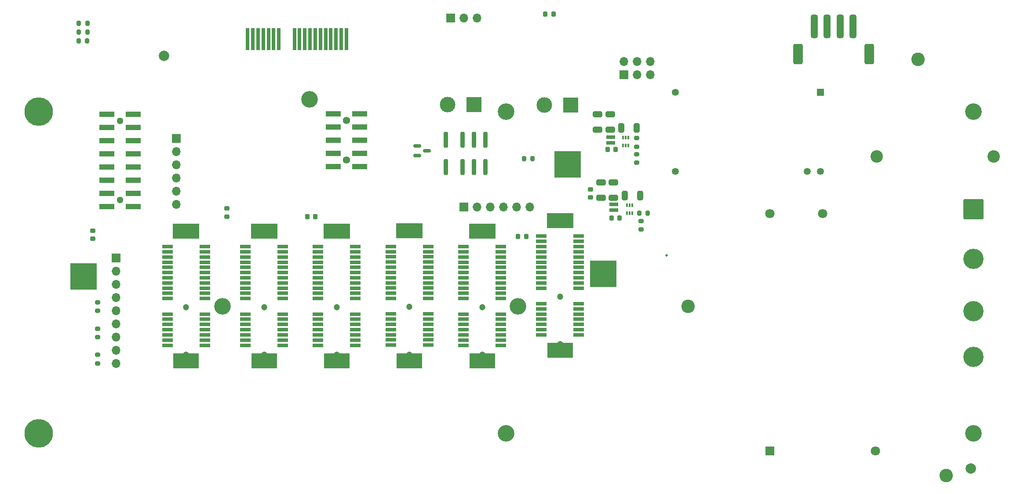
<source format=gbr>
%TF.GenerationSoftware,KiCad,Pcbnew,8.0.5*%
%TF.CreationDate,2024-11-08T09:24:58+00:00*%
%TF.ProjectId,Main_V44,4d61696e-5f56-4343-942e-6b696361645f,rev?*%
%TF.SameCoordinates,Original*%
%TF.FileFunction,Soldermask,Top*%
%TF.FilePolarity,Negative*%
%FSLAX46Y46*%
G04 Gerber Fmt 4.6, Leading zero omitted, Abs format (unit mm)*
G04 Created by KiCad (PCBNEW 8.0.5) date 2024-11-08 09:24:58*
%MOMM*%
%LPD*%
G01*
G04 APERTURE LIST*
G04 Aperture macros list*
%AMRoundRect*
0 Rectangle with rounded corners*
0 $1 Rounding radius*
0 $2 $3 $4 $5 $6 $7 $8 $9 X,Y pos of 4 corners*
0 Add a 4 corners polygon primitive as box body*
4,1,4,$2,$3,$4,$5,$6,$7,$8,$9,$2,$3,0*
0 Add four circle primitives for the rounded corners*
1,1,$1+$1,$2,$3*
1,1,$1+$1,$4,$5*
1,1,$1+$1,$6,$7*
1,1,$1+$1,$8,$9*
0 Add four rect primitives between the rounded corners*
20,1,$1+$1,$2,$3,$4,$5,0*
20,1,$1+$1,$4,$5,$6,$7,0*
20,1,$1+$1,$6,$7,$8,$9,0*
20,1,$1+$1,$8,$9,$2,$3,0*%
G04 Aperture macros list end*
%ADD10C,0.500000*%
%ADD11R,5.100000X5.100000*%
%ADD12RoundRect,0.225000X0.225000X0.250000X-0.225000X0.250000X-0.225000X-0.250000X0.225000X-0.250000X0*%
%ADD13RoundRect,0.250000X0.325000X0.650000X-0.325000X0.650000X-0.325000X-0.650000X0.325000X-0.650000X0*%
%ADD14R,3.000000X3.000000*%
%ADD15C,3.000000*%
%ADD16C,5.500000*%
%ADD17C,3.600000*%
%ADD18C,1.300000*%
%ADD19R,3.000000X1.000000*%
%ADD20C,1.200000*%
%ADD21R,2.000000X0.700000*%
%ADD22R,5.200000X3.000000*%
%ADD23R,5.000000X3.000000*%
%ADD24RoundRect,0.250000X0.650000X-0.325000X0.650000X0.325000X-0.650000X0.325000X-0.650000X-0.325000X0*%
%ADD25RoundRect,0.250002X-1.699998X-1.699998X1.699998X-1.699998X1.699998X1.699998X-1.699998X1.699998X0*%
%ADD26C,3.900000*%
%ADD27RoundRect,0.200000X0.275000X-0.200000X0.275000X0.200000X-0.275000X0.200000X-0.275000X-0.200000X0*%
%ADD28R,1.700000X1.700000*%
%ADD29O,1.700000X1.700000*%
%ADD30RoundRect,0.200000X-0.200000X-0.275000X0.200000X-0.275000X0.200000X0.275000X-0.200000X0.275000X0*%
%ADD31C,1.400000*%
%ADD32RoundRect,0.325000X-0.325000X-1.925000X0.325000X-1.925000X0.325000X1.925000X-0.325000X1.925000X0*%
%ADD33RoundRect,0.300001X-0.599999X-1.649999X0.599999X-1.649999X0.599999X1.649999X-0.599999X1.649999X0*%
%ADD34R,1.803400X0.711200*%
%ADD35RoundRect,0.225000X0.250000X-0.225000X0.250000X0.225000X-0.250000X0.225000X-0.250000X-0.225000X0*%
%ADD36C,2.600000*%
%ADD37C,3.200000*%
%ADD38RoundRect,0.200000X0.200000X-1.350000X0.200000X1.350000X-0.200000X1.350000X-0.200000X-1.350000X0*%
%ADD39C,2.400000*%
%ADD40C,2.000000*%
%ADD41R,0.340000X0.700000*%
%ADD42R,0.700000X4.300000*%
%ADD43RoundRect,0.225000X-0.250000X0.225000X-0.250000X-0.225000X0.250000X-0.225000X0.250000X0.225000X0*%
%ADD44RoundRect,0.200000X-0.275000X0.200000X-0.275000X-0.200000X0.275000X-0.200000X0.275000X0.200000X0*%
%ADD45RoundRect,0.225000X-0.225000X-0.250000X0.225000X-0.250000X0.225000X0.250000X-0.225000X0.250000X0*%
%ADD46R,1.350000X1.350000*%
%ADD47C,1.350000*%
%ADD48R,1.800000X1.800000*%
%ADD49C,1.800000*%
%ADD50RoundRect,0.150000X-0.587500X-0.150000X0.587500X-0.150000X0.587500X0.150000X-0.587500X0.150000X0*%
%ADD51RoundRect,0.200000X0.200000X0.275000X-0.200000X0.275000X-0.200000X-0.275000X0.200000X-0.275000X0*%
G04 APERTURE END LIST*
D10*
%TO.C,TP1*%
X124950000Y-31650000D03*
%TD*%
D11*
%TO.C,J30*%
X112699800Y-35255200D03*
%TD*%
D12*
%TO.C,C56*%
X57300000Y-24200000D03*
X55750000Y-24200000D03*
%TD*%
D13*
%TO.C,C2*%
X119788200Y-20193000D03*
X116838200Y-20193000D03*
%TD*%
D14*
%TO.C,J27*%
X87800000Y-2667000D03*
D15*
X82720000Y-2667000D03*
%TD*%
D16*
%TO.C,H1*%
X4000000Y-4000000D03*
D17*
X4000000Y-4000000D03*
%TD*%
D12*
%TO.C,C58*%
X97879200Y-28067000D03*
X96329200Y-28067000D03*
%TD*%
D18*
%TO.C,J2*%
X19675000Y-5765000D03*
X19675000Y-21005000D03*
D19*
X17155000Y-22275000D03*
X17155000Y-19735000D03*
X17155000Y-17195000D03*
X17155000Y-14655000D03*
X17155000Y-12115000D03*
X17155000Y-9575000D03*
X17155000Y-7035000D03*
X17155000Y-4495000D03*
X22195000Y-22275000D03*
X22195000Y-19735000D03*
X22195000Y-17195000D03*
X22195000Y-14655000D03*
X22195000Y-12115000D03*
X22195000Y-9575000D03*
X22195000Y-7035000D03*
X22195000Y-4495000D03*
%TD*%
D20*
%TO.C,U17*%
X61400000Y-50800000D03*
X61400000Y-41650000D03*
D21*
X65000000Y-30000000D03*
X65000000Y-31000000D03*
X65000000Y-32000000D03*
X65000000Y-33000000D03*
X65000000Y-34000000D03*
X65000000Y-35000000D03*
X65000000Y-36000000D03*
X65000000Y-37000000D03*
X65000000Y-38000000D03*
X65000000Y-39000000D03*
X65000000Y-40000000D03*
X65000000Y-43000000D03*
X65000000Y-44000000D03*
X65000000Y-45000000D03*
X65000000Y-46000000D03*
X65000000Y-47000000D03*
X65000000Y-48000000D03*
X65000000Y-49000000D03*
X57800000Y-30000000D03*
X57800000Y-31000000D03*
X57800000Y-32000000D03*
X57800000Y-33000000D03*
X57800000Y-34000000D03*
X57800000Y-35000000D03*
X57800000Y-36000000D03*
X57800000Y-37000000D03*
X57800000Y-38000000D03*
X57800000Y-39000000D03*
X57800000Y-40000000D03*
X57800000Y-43000000D03*
X57800000Y-44000000D03*
X57800000Y-45000000D03*
X57800000Y-46000000D03*
X57800000Y-47000000D03*
X57800000Y-48000000D03*
X57800000Y-49000000D03*
D22*
X61400000Y-27000000D03*
D23*
X61400000Y-52000000D03*
%TD*%
D24*
%TO.C,C13*%
X114071400Y-7444000D03*
X114071400Y-4494000D03*
%TD*%
D25*
%TO.C,J23*%
X184000000Y-22800000D03*
%TD*%
D26*
%TO.C,J26*%
X184000000Y-51260000D03*
%TD*%
D27*
%TO.C,R49*%
X15367000Y-42354000D03*
X15367000Y-40704000D03*
%TD*%
D11*
%TO.C,J29*%
X105867200Y-14147800D03*
%TD*%
D28*
%TO.C,J5*%
X116680000Y3085000D03*
D29*
X116680000Y5625000D03*
X119220000Y3085000D03*
X119220000Y5625000D03*
X121760000Y3085000D03*
X121760000Y5625000D03*
%TD*%
D30*
%TO.C,R47*%
X97445000Y-13080000D03*
X99095000Y-13080000D03*
%TD*%
D24*
%TO.C,C9*%
X114681000Y-20575800D03*
X114681000Y-17625800D03*
%TD*%
D31*
%TO.C,J3*%
X63275000Y-5715000D03*
X63275000Y-13335000D03*
D19*
X65795000Y-4445000D03*
X65795000Y-6985000D03*
X65795000Y-9525000D03*
X65795000Y-12065000D03*
X65795000Y-14605000D03*
X60755000Y-4445000D03*
X60755000Y-6985000D03*
X60755000Y-9525000D03*
X60755000Y-12065000D03*
X60755000Y-14605000D03*
%TD*%
D32*
%TO.C,J1*%
X153349000Y12400400D03*
X155849000Y12400400D03*
X158349000Y12400400D03*
X160849000Y12400400D03*
D33*
X150249000Y7050400D03*
X163949000Y7050400D03*
%TD*%
D34*
%TO.C,L2*%
X114122200Y-8928100D03*
X114122200Y-10020300D03*
%TD*%
D35*
%TO.C,C55*%
X40200000Y-24200000D03*
X40200000Y-22650000D03*
%TD*%
D20*
%TO.C,U15*%
X89400000Y-50800000D03*
X89400000Y-41650000D03*
D21*
X93000000Y-30000000D03*
X93000000Y-31000000D03*
X93000000Y-32000000D03*
X93000000Y-33000000D03*
X93000000Y-34000000D03*
X93000000Y-35000000D03*
X93000000Y-36000000D03*
X93000000Y-37000000D03*
X93000000Y-38000000D03*
X93000000Y-39000000D03*
X93000000Y-40000000D03*
X93000000Y-43000000D03*
X93000000Y-44000000D03*
X93000000Y-45000000D03*
X93000000Y-46000000D03*
X93000000Y-47000000D03*
X93000000Y-48000000D03*
X93000000Y-49000000D03*
X85800000Y-30000000D03*
X85800000Y-31000000D03*
X85800000Y-32000000D03*
X85800000Y-33000000D03*
X85800000Y-34000000D03*
X85800000Y-35000000D03*
X85800000Y-36000000D03*
X85800000Y-37000000D03*
X85800000Y-38000000D03*
X85800000Y-39000000D03*
X85800000Y-40000000D03*
X85800000Y-43000000D03*
X85800000Y-44000000D03*
X85800000Y-45000000D03*
X85800000Y-46000000D03*
X85800000Y-47000000D03*
X85800000Y-48000000D03*
X85800000Y-49000000D03*
D22*
X89400000Y-27000000D03*
D23*
X89400000Y-52000000D03*
%TD*%
D14*
%TO.C,J28*%
X106451400Y-2717800D03*
D15*
X101371400Y-2717800D03*
%TD*%
D24*
%TO.C,C8*%
X112318800Y-20601200D03*
X112318800Y-17651200D03*
%TD*%
D36*
%TO.C,H12*%
X178714400Y-74091800D03*
%TD*%
%TO.C,H8*%
X173355000Y6096000D03*
%TD*%
D12*
%TO.C,C51*%
X103111600Y14782800D03*
X101561600Y14782800D03*
%TD*%
D37*
%TO.C,H9*%
X56125000Y-1610000D03*
%TD*%
D38*
%TO.C,K1*%
X82407600Y-14689600D03*
X85607600Y-14689600D03*
X87807600Y-14689600D03*
X90007600Y-14689600D03*
X90007600Y-9389600D03*
X87807600Y-9389600D03*
X85607600Y-9389600D03*
X82407600Y-9389600D03*
%TD*%
D34*
%TO.C,L1*%
X114706400Y-21882100D03*
X114706400Y-22974300D03*
%TD*%
D37*
%TO.C,H4*%
X184000000Y-66000000D03*
%TD*%
D11*
%TO.C,J31*%
X12649200Y-35763200D03*
%TD*%
D27*
%TO.C,R50*%
X15367000Y-52488600D03*
X15367000Y-50838600D03*
%TD*%
D39*
%TO.C,C52*%
X187881600Y-12598400D03*
X165381600Y-12598400D03*
%TD*%
D40*
%TO.C,FID3*%
X183464200Y-72771000D03*
%TD*%
%TO.C,FID4*%
X28117800Y6756400D03*
%TD*%
D27*
%TO.C,R24*%
X119176800Y-10731000D03*
X119176800Y-9081000D03*
%TD*%
D41*
%TO.C,U1*%
X118279800Y-22059200D03*
X117779800Y-22059200D03*
X117279800Y-22059200D03*
X117279800Y-23559200D03*
X117779800Y-23559200D03*
X118279800Y-23559200D03*
%TD*%
D20*
%TO.C,U19*%
X32400000Y-41650000D03*
X32400000Y-50800000D03*
D21*
X36000000Y-30000000D03*
X36000000Y-31000000D03*
X36000000Y-32000000D03*
X36000000Y-33000000D03*
X36000000Y-34000000D03*
X36000000Y-35000000D03*
X36000000Y-36000000D03*
X36000000Y-37000000D03*
X36000000Y-38000000D03*
X36000000Y-39000000D03*
X36000000Y-40000000D03*
X36000000Y-43000000D03*
X36000000Y-44000000D03*
X36000000Y-45000000D03*
X36000000Y-46000000D03*
X36000000Y-47000000D03*
X36000000Y-48000000D03*
X36000000Y-49000000D03*
X28800000Y-30000000D03*
X28800000Y-31000000D03*
X28800000Y-32000000D03*
X28800000Y-33000000D03*
X28800000Y-34000000D03*
X28800000Y-35000000D03*
X28800000Y-36000000D03*
X28800000Y-37000000D03*
X28800000Y-38000000D03*
X28800000Y-39000000D03*
X28800000Y-40000000D03*
X28800000Y-43000000D03*
X28800000Y-44000000D03*
X28800000Y-45000000D03*
X28800000Y-46000000D03*
X28800000Y-47000000D03*
X28800000Y-48000000D03*
X28800000Y-49000000D03*
D22*
X32400000Y-27000000D03*
D23*
X32400000Y-52000000D03*
%TD*%
D42*
%TO.C,J7*%
X63250000Y10000000D03*
X62250000Y10000000D03*
X61250000Y10000000D03*
X60250000Y10000000D03*
X59250000Y10000000D03*
X58250000Y10000000D03*
X57250000Y10000000D03*
X56250000Y10000000D03*
X55250000Y10000000D03*
X54250000Y10000000D03*
X53250000Y10000000D03*
X50250000Y10000000D03*
X49250000Y10000000D03*
X48250000Y10000000D03*
X47250000Y10000000D03*
X46250000Y10000000D03*
X45250000Y10000000D03*
X44250000Y10000000D03*
%TD*%
D20*
%TO.C,U16*%
X75410000Y-50780000D03*
X75410000Y-41630000D03*
D21*
X79010000Y-29980000D03*
X79010000Y-30980000D03*
X79010000Y-31980000D03*
X79010000Y-32980000D03*
X79010000Y-33980000D03*
X79010000Y-34980000D03*
X79010000Y-35980000D03*
X79010000Y-36980000D03*
X79010000Y-37980000D03*
X79010000Y-38980000D03*
X79010000Y-39980000D03*
X79010000Y-42980000D03*
X79010000Y-43980000D03*
X79010000Y-44980000D03*
X79010000Y-45980000D03*
X79010000Y-46980000D03*
X79010000Y-47980000D03*
X79010000Y-48980000D03*
X71810000Y-29980000D03*
X71810000Y-30980000D03*
X71810000Y-31980000D03*
X71810000Y-32980000D03*
X71810000Y-33980000D03*
X71810000Y-34980000D03*
X71810000Y-35980000D03*
X71810000Y-36980000D03*
X71810000Y-37980000D03*
X71810000Y-38980000D03*
X71810000Y-39980000D03*
X71810000Y-42980000D03*
X71810000Y-43980000D03*
X71810000Y-44980000D03*
X71810000Y-45980000D03*
X71810000Y-46980000D03*
X71810000Y-47980000D03*
X71810000Y-48980000D03*
D22*
X75410000Y-26980000D03*
D23*
X75410000Y-51980000D03*
%TD*%
D43*
%TO.C,C57*%
X14450000Y-26950000D03*
X14450000Y-28500000D03*
%TD*%
D30*
%TO.C,R71*%
X11722600Y13004800D03*
X13372600Y13004800D03*
%TD*%
D24*
%TO.C,C14*%
X111582200Y-7444000D03*
X111582200Y-4494000D03*
%TD*%
D37*
%TO.C,H7*%
X96283000Y-41500200D03*
%TD*%
D30*
%TO.C,R72*%
X11722600Y11328400D03*
X13372600Y11328400D03*
%TD*%
D44*
%TO.C,R23*%
X119989600Y-25057600D03*
X119989600Y-26707600D03*
%TD*%
D20*
%TO.C,U18*%
X47400000Y-50800000D03*
X47400000Y-41650000D03*
D21*
X51000000Y-30000000D03*
X51000000Y-31000000D03*
X51000000Y-32000000D03*
X51000000Y-33000000D03*
X51000000Y-34000000D03*
X51000000Y-35000000D03*
X51000000Y-36000000D03*
X51000000Y-37000000D03*
X51000000Y-38000000D03*
X51000000Y-39000000D03*
X51000000Y-40000000D03*
X51000000Y-43000000D03*
X51000000Y-44000000D03*
X51000000Y-45000000D03*
X51000000Y-46000000D03*
X51000000Y-47000000D03*
X51000000Y-48000000D03*
X51000000Y-49000000D03*
X43800000Y-30000000D03*
X43800000Y-31000000D03*
X43800000Y-32000000D03*
X43800000Y-33000000D03*
X43800000Y-34000000D03*
X43800000Y-35000000D03*
X43800000Y-36000000D03*
X43800000Y-37000000D03*
X43800000Y-38000000D03*
X43800000Y-39000000D03*
X43800000Y-40000000D03*
X43800000Y-43000000D03*
X43800000Y-44000000D03*
X43800000Y-45000000D03*
X43800000Y-46000000D03*
X43800000Y-47000000D03*
X43800000Y-48000000D03*
X43800000Y-49000000D03*
D22*
X47400000Y-27000000D03*
D23*
X47400000Y-52000000D03*
%TD*%
D41*
%TO.C,U8*%
X117543200Y-9003600D03*
X117043200Y-9003600D03*
X116543200Y-9003600D03*
X116543200Y-10503600D03*
X117043200Y-10503600D03*
X117543200Y-10503600D03*
%TD*%
D45*
%TO.C,C3*%
X114312400Y-24485600D03*
X115862400Y-24485600D03*
%TD*%
D46*
%TO.C,PS2*%
X154510000Y-250000D03*
D47*
X126570000Y-250000D03*
X126570000Y-15490000D03*
X151970000Y-15490000D03*
X154510000Y-15490000D03*
%TD*%
D28*
%TO.C,J13*%
X85877000Y-22377800D03*
D29*
X88417000Y-22377800D03*
X90957000Y-22377800D03*
X93497000Y-22377800D03*
X96037000Y-22377800D03*
X98577000Y-22377800D03*
%TD*%
D17*
%TO.C,H6*%
X4000000Y-66000000D03*
D16*
X4000000Y-66000000D03*
%TD*%
D48*
%TO.C,PS1*%
X144830000Y-69327500D03*
D49*
X165150000Y-69327500D03*
X154990000Y-23607500D03*
X144830000Y-23607500D03*
%TD*%
D37*
%TO.C,H3*%
X94000000Y-4000000D03*
%TD*%
D27*
%TO.C,R25*%
X119176800Y-13829800D03*
X119176800Y-12179800D03*
%TD*%
D45*
%TO.C,C12*%
X113537400Y-11303000D03*
X115087400Y-11303000D03*
%TD*%
D26*
%TO.C,J24*%
X184000000Y-32400000D03*
%TD*%
D50*
%TO.C,Q1*%
X76913500Y-10607000D03*
X76913500Y-12507000D03*
X78788500Y-11557000D03*
%TD*%
D36*
%TO.C,H10*%
X129032000Y-41478200D03*
%TD*%
D35*
%TO.C,C5*%
X110261400Y-20536200D03*
X110261400Y-18986200D03*
%TD*%
D37*
%TO.C,H5*%
X94000000Y-66000000D03*
%TD*%
%TO.C,H2*%
X184000000Y-4000000D03*
%TD*%
D51*
%TO.C,R26*%
X121271800Y-23571200D03*
X119621800Y-23571200D03*
%TD*%
D37*
%TO.C,H11*%
X39411400Y-41500200D03*
%TD*%
D30*
%TO.C,R73*%
X11671800Y9601200D03*
X13321800Y9601200D03*
%TD*%
D27*
%TO.C,R48*%
X15367000Y-47434000D03*
X15367000Y-45784000D03*
%TD*%
D28*
%TO.C,J4*%
X30505400Y-9169400D03*
D29*
X30505400Y-11709400D03*
X30505400Y-14249400D03*
X30505400Y-16789400D03*
X30505400Y-19329400D03*
X30505400Y-21869400D03*
%TD*%
D26*
%TO.C,J25*%
X184000000Y-42400000D03*
%TD*%
D28*
%TO.C,J15*%
X18925000Y-32180000D03*
D29*
X18925000Y-34720000D03*
X18925000Y-37260000D03*
X18925000Y-39800000D03*
X18925000Y-42340000D03*
X18925000Y-44880000D03*
X18925000Y-47420000D03*
X18925000Y-49960000D03*
X18925000Y-52500000D03*
%TD*%
D20*
%TO.C,U14*%
X104400000Y-39650000D03*
X104400000Y-48800000D03*
D21*
X108000000Y-28000000D03*
X108000000Y-29000000D03*
X108000000Y-30000000D03*
X108000000Y-31000000D03*
X108000000Y-32000000D03*
X108000000Y-33000000D03*
X108000000Y-34000000D03*
X108000000Y-35000000D03*
X108000000Y-36000000D03*
X108000000Y-37000000D03*
X108000000Y-38000000D03*
X108000000Y-41000000D03*
X108000000Y-42000000D03*
X108000000Y-43000000D03*
X108000000Y-44000000D03*
X108000000Y-45000000D03*
X108000000Y-46000000D03*
X108000000Y-47000000D03*
X100800000Y-28000000D03*
X100800000Y-29000000D03*
X100800000Y-30000000D03*
X100800000Y-31000000D03*
X100800000Y-32000000D03*
X100800000Y-33000000D03*
X100800000Y-34000000D03*
X100800000Y-35000000D03*
X100800000Y-36000000D03*
X100800000Y-37000000D03*
X100800000Y-38000000D03*
X100800000Y-41000000D03*
X100800000Y-42000000D03*
X100800000Y-43000000D03*
X100800000Y-44000000D03*
X100800000Y-45000000D03*
X100800000Y-46000000D03*
X100800000Y-47000000D03*
D22*
X104400000Y-25000000D03*
D23*
X104400000Y-50000000D03*
%TD*%
D13*
%TO.C,C11*%
X119127800Y-7112000D03*
X116177800Y-7112000D03*
%TD*%
D28*
%TO.C,J21*%
X83352400Y14071600D03*
D29*
X85892400Y14071600D03*
X88432400Y14071600D03*
%TD*%
M02*

</source>
